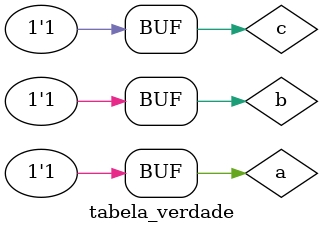
<source format=v>

module and3 (output s,
             input a,
             input b,
             input c);

 assign s = a & b & c ;
 
endmodule

module tabela_verdade;

 reg a,b,c;
 wire s;
 
 and3 and1 (s,a,b,c);
 
 initial
  begin
   a=0; b=0; c=0;
  end

 initial
  begin
   $display("Output  A  B  C");
   $monitor("  %b   %b %b %b",s,a,b,c);

   #1 c=1;
   #1 b=1; c=0;
   #1 c=1;
   #1 a=1; b=0; c=0;
   #1 c=1;
   #1 b=1; c=0;
   #1 c=1;
  end
endmodule

</source>
